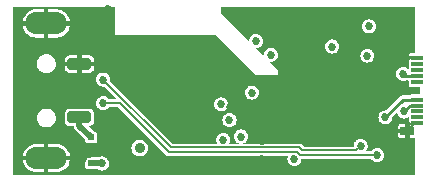
<source format=gbr>
%TF.GenerationSoftware,KiCad,Pcbnew,(6.0.7)*%
%TF.CreationDate,2023-03-11T05:38:16-08:00*%
%TF.ProjectId,ESP_SoC,4553505f-536f-4432-9e6b-696361645f70,rev?*%
%TF.SameCoordinates,Original*%
%TF.FileFunction,Copper,L4,Bot*%
%TF.FilePolarity,Positive*%
%FSLAX46Y46*%
G04 Gerber Fmt 4.6, Leading zero omitted, Abs format (unit mm)*
G04 Created by KiCad (PCBNEW (6.0.7)) date 2023-03-11 05:38:16*
%MOMM*%
%LPD*%
G01*
G04 APERTURE LIST*
G04 Aperture macros list*
%AMRoundRect*
0 Rectangle with rounded corners*
0 $1 Rounding radius*
0 $2 $3 $4 $5 $6 $7 $8 $9 X,Y pos of 4 corners*
0 Add a 4 corners polygon primitive as box body*
4,1,4,$2,$3,$4,$5,$6,$7,$8,$9,$2,$3,0*
0 Add four circle primitives for the rounded corners*
1,1,$1+$1,$2,$3*
1,1,$1+$1,$4,$5*
1,1,$1+$1,$6,$7*
1,1,$1+$1,$8,$9*
0 Add four rect primitives between the rounded corners*
20,1,$1+$1,$2,$3,$4,$5,0*
20,1,$1+$1,$4,$5,$6,$7,0*
20,1,$1+$1,$6,$7,$8,$9,0*
20,1,$1+$1,$8,$9,$2,$3,0*%
G04 Aperture macros list end*
%TA.AperFunction,ComponentPad*%
%ADD10O,3.500000X1.900000*%
%TD*%
%TA.AperFunction,SMDPad,CuDef*%
%ADD11R,1.000000X0.380000*%
%TD*%
%TA.AperFunction,SMDPad,CuDef*%
%ADD12R,1.150000X0.700000*%
%TD*%
%TA.AperFunction,SMDPad,CuDef*%
%ADD13R,0.500000X0.500000*%
%TD*%
%TA.AperFunction,SMDPad,CuDef*%
%ADD14RoundRect,0.250000X-0.750000X0.250000X-0.750000X-0.250000X0.750000X-0.250000X0.750000X0.250000X0*%
%TD*%
%TA.AperFunction,ViaPad*%
%ADD15C,0.685800*%
%TD*%
%TA.AperFunction,ViaPad*%
%ADD16C,0.889000*%
%TD*%
%TA.AperFunction,Conductor*%
%ADD17C,0.154200*%
%TD*%
%TA.AperFunction,Conductor*%
%ADD18C,0.508000*%
%TD*%
%TA.AperFunction,Conductor*%
%ADD19C,0.152400*%
%TD*%
%TA.AperFunction,Conductor*%
%ADD20C,0.254000*%
%TD*%
G04 APERTURE END LIST*
D10*
%TO.P,J1,5,Shield*%
%TO.N,GND*%
X101600000Y-104450000D03*
X101600000Y-93050000D03*
%TD*%
D11*
%TO.P,P1,B1,GND*%
%TO.N,GND*%
X133010000Y-101500000D03*
%TO.P,P1,B2,TX2+*%
%TO.N,unconnected-(P1-PadB2)*%
X133010000Y-101000000D03*
%TO.P,P1,B3,TX2-*%
%TO.N,unconnected-(P1-PadB3)*%
X133010000Y-100500000D03*
%TO.P,P1,B4,VBUS*%
%TO.N,Net-(D2-Pad2)*%
X133010000Y-100000000D03*
%TO.P,P1,B5,VCONN*%
%TO.N,Net-(P1-PadB5)*%
X133010000Y-99500000D03*
%TO.P,P1,B8,SBU2*%
%TO.N,unconnected-(P1-PadB8)*%
X133010000Y-98000000D03*
%TO.P,P1,B9,VBUS*%
%TO.N,Net-(D2-Pad2)*%
X133010000Y-97500000D03*
%TO.P,P1,B10,RX1-*%
%TO.N,unconnected-(P1-PadB10)*%
X133010000Y-97000000D03*
%TO.P,P1,B11,RX1+*%
%TO.N,unconnected-(P1-PadB11)*%
X133010000Y-96500000D03*
%TO.P,P1,B12,GND*%
%TO.N,GND*%
X133010000Y-96000000D03*
D12*
%TO.P,P1,S1,SHIELD*%
X132170000Y-102170000D03*
%TD*%
D13*
%TO.P,D3,1,K*%
%TO.N,+5V*%
X105400000Y-104900000D03*
%TO.P,D3,2,A*%
%TO.N,+BATT*%
X105400000Y-102700000D03*
%TD*%
D14*
%TO.P,J2,1,Pin_1*%
%TO.N,+BATT*%
X104400000Y-101000000D03*
%TD*%
%TO.P,J3,1,Pin_1*%
%TO.N,GND*%
X104400000Y-96500000D03*
%TD*%
D15*
%TO.N,+3V3*%
X125800000Y-95000000D03*
X118079000Y-102621000D03*
X116400000Y-99900000D03*
X119337156Y-94518432D03*
X122600000Y-104500000D03*
X116580000Y-102900000D03*
X128900000Y-93300000D03*
X119000000Y-98900000D03*
X120600000Y-95700000D03*
X117100000Y-101226500D03*
%TO.N,GND*%
X117800000Y-93000000D03*
X106800000Y-92700000D03*
X117178019Y-100133500D03*
X104700000Y-104500000D03*
D16*
X122750000Y-98500000D03*
D15*
X131000000Y-94500000D03*
X126700000Y-94500000D03*
X106800000Y-91800000D03*
X112800000Y-94500000D03*
D16*
X124000000Y-99750000D03*
D15*
X106800000Y-93600000D03*
X107800000Y-94500000D03*
D16*
X122750000Y-101000000D03*
D15*
X107700000Y-101100000D03*
X117400000Y-96100000D03*
X115000000Y-101226500D03*
X131000000Y-92300000D03*
X126700000Y-92300000D03*
X113000000Y-97800000D03*
X115300000Y-99900000D03*
D16*
X124000000Y-98500000D03*
D15*
X113800000Y-94500000D03*
X117000000Y-92200000D03*
X109800000Y-94500000D03*
X119875000Y-104499500D03*
X114800000Y-94500000D03*
D16*
X124000000Y-101000000D03*
D15*
X118800000Y-97400000D03*
X108800000Y-94500000D03*
D16*
X125250000Y-98500000D03*
D15*
X106800000Y-94500000D03*
D16*
X122750000Y-99750000D03*
X125250000Y-101000000D03*
D15*
X111800000Y-94500000D03*
X129750000Y-98750000D03*
X118600000Y-93800000D03*
D16*
X125250000Y-99750000D03*
D15*
X108800000Y-97800000D03*
X112800000Y-101226500D03*
X116700000Y-95400000D03*
X110800000Y-94500000D03*
X119875000Y-103000000D03*
X130700000Y-103800000D03*
%TO.N,+5V*%
X106300000Y-104900000D03*
%TO.N,USB_D-*%
X106400000Y-99800000D03*
X129600000Y-104200000D03*
%TO.N,USB_D+*%
X128200000Y-103400000D03*
X106400000Y-97800000D03*
%TO.N,Net-(P1-PadB5)*%
X130300000Y-101000000D03*
%TO.N,Net-(D2-Pad2)*%
X128775000Y-95775000D03*
X131800000Y-97300000D03*
D16*
X109500000Y-103600000D03*
D15*
X131900000Y-100500000D03*
%TD*%
D17*
%TO.N,GND*%
X133010000Y-101500000D02*
X132840000Y-101500000D01*
X132840000Y-101500000D02*
X132170000Y-102170000D01*
D18*
%TO.N,+5V*%
X105400000Y-104900000D02*
X106300000Y-104900000D01*
D19*
%TO.N,USB_D-*%
X123072303Y-104200000D02*
X129600000Y-104200000D01*
X122826203Y-103953900D02*
X123072303Y-104200000D01*
X106400000Y-99800000D02*
X107825263Y-99800000D01*
X107825263Y-99800000D02*
X111979163Y-103953900D01*
X111979163Y-103953900D02*
X122826203Y-103953900D01*
%TO.N,USB_D+*%
X106400000Y-97800000D02*
X112147519Y-103547519D01*
X123240613Y-103793600D02*
X127806400Y-103793600D01*
X112147519Y-103547519D02*
X122994532Y-103547519D01*
X122994532Y-103547519D02*
X123240613Y-103793600D01*
X127806400Y-103793600D02*
X128200000Y-103400000D01*
D20*
%TO.N,Net-(P1-PadB5)*%
X130300000Y-101000000D02*
X131800000Y-99500000D01*
X131800000Y-99500000D02*
X133010000Y-99500000D01*
%TO.N,Net-(D2-Pad2)*%
X133010000Y-100000000D02*
X132400000Y-100000000D01*
X131800000Y-97300000D02*
X132000000Y-97500000D01*
X132400000Y-100000000D02*
X131900000Y-100500000D01*
X132000000Y-97500000D02*
X133010000Y-97500000D01*
D18*
%TO.N,+BATT*%
X104400000Y-101000000D02*
X104400000Y-101700000D01*
X104400000Y-101700000D02*
X105400000Y-102700000D01*
%TD*%
%TA.AperFunction,Conductor*%
%TO.N,GND*%
G36*
X107425459Y-91655333D02*
G01*
X107430292Y-91667017D01*
X107427956Y-93940306D01*
X107427896Y-93998552D01*
X107431154Y-93998572D01*
X107431155Y-93998572D01*
X115943296Y-94049960D01*
X115954777Y-94054707D01*
X118693566Y-96753219D01*
X119350000Y-97400000D01*
X121200000Y-97400000D01*
X121200000Y-96949990D01*
X120559860Y-96323187D01*
X120554905Y-96311572D01*
X120559615Y-96299854D01*
X120571230Y-96294899D01*
X120573558Y-96295039D01*
X120598929Y-96298379D01*
X120600000Y-96298520D01*
X120601071Y-96298379D01*
X120753840Y-96278267D01*
X120753843Y-96278266D01*
X120754908Y-96278126D01*
X120809755Y-96255408D01*
X120898256Y-96218750D01*
X120898257Y-96218750D01*
X120899260Y-96218334D01*
X120900120Y-96217674D01*
X120900122Y-96217673D01*
X121022363Y-96123874D01*
X121023218Y-96123218D01*
X121060123Y-96075122D01*
X121117673Y-96000122D01*
X121117674Y-96000120D01*
X121118334Y-95999260D01*
X121137063Y-95954045D01*
X121177713Y-95855905D01*
X121178126Y-95854908D01*
X121180995Y-95833121D01*
X121188646Y-95775000D01*
X128176480Y-95775000D01*
X128176621Y-95776071D01*
X128195784Y-95921625D01*
X128196874Y-95929908D01*
X128256666Y-96074260D01*
X128257326Y-96075120D01*
X128257327Y-96075122D01*
X128300011Y-96130749D01*
X128351782Y-96198218D01*
X128358176Y-96203124D01*
X128474878Y-96292673D01*
X128474880Y-96292674D01*
X128475740Y-96293334D01*
X128620092Y-96353126D01*
X128621157Y-96353266D01*
X128621160Y-96353267D01*
X128773929Y-96373379D01*
X128775000Y-96373520D01*
X128776071Y-96373379D01*
X128928840Y-96353267D01*
X128928843Y-96353266D01*
X128929908Y-96353126D01*
X129074260Y-96293334D01*
X129075120Y-96292674D01*
X129075122Y-96292673D01*
X129191824Y-96203124D01*
X129198218Y-96198218D01*
X129249989Y-96130749D01*
X129292673Y-96075122D01*
X129292674Y-96075120D01*
X129293334Y-96074260D01*
X129353126Y-95929908D01*
X129354217Y-95921625D01*
X129373379Y-95776071D01*
X129373520Y-95775000D01*
X129370229Y-95750000D01*
X129353267Y-95621160D01*
X129353266Y-95621157D01*
X129353126Y-95620092D01*
X129293334Y-95475740D01*
X129273200Y-95449500D01*
X129198874Y-95352637D01*
X129198218Y-95351782D01*
X129129770Y-95299260D01*
X129075122Y-95257327D01*
X129075120Y-95257326D01*
X129074260Y-95256666D01*
X128929908Y-95196874D01*
X128928843Y-95196734D01*
X128928840Y-95196733D01*
X128776071Y-95176621D01*
X128775000Y-95176480D01*
X128773929Y-95176621D01*
X128621160Y-95196733D01*
X128621157Y-95196734D01*
X128620092Y-95196874D01*
X128475740Y-95256666D01*
X128474880Y-95257326D01*
X128474878Y-95257327D01*
X128420230Y-95299260D01*
X128351782Y-95351782D01*
X128351126Y-95352637D01*
X128276801Y-95449500D01*
X128256666Y-95475740D01*
X128196874Y-95620092D01*
X128196734Y-95621157D01*
X128196733Y-95621160D01*
X128179771Y-95750000D01*
X128176480Y-95775000D01*
X121188646Y-95775000D01*
X121198379Y-95701071D01*
X121198520Y-95700000D01*
X121194163Y-95666907D01*
X121178267Y-95546160D01*
X121178266Y-95546157D01*
X121178126Y-95545092D01*
X121138531Y-95449500D01*
X121118750Y-95401744D01*
X121118750Y-95401743D01*
X121118334Y-95400740D01*
X121100057Y-95376920D01*
X121023874Y-95277637D01*
X121023218Y-95276782D01*
X120918896Y-95196733D01*
X120900122Y-95182327D01*
X120900120Y-95182326D01*
X120899260Y-95181666D01*
X120832082Y-95153840D01*
X120755905Y-95122287D01*
X120754908Y-95121874D01*
X120753843Y-95121734D01*
X120753840Y-95121733D01*
X120601071Y-95101621D01*
X120600000Y-95101480D01*
X120598929Y-95101621D01*
X120446160Y-95121733D01*
X120446157Y-95121734D01*
X120445092Y-95121874D01*
X120444095Y-95122287D01*
X120367919Y-95153840D01*
X120300740Y-95181666D01*
X120299880Y-95182326D01*
X120299878Y-95182327D01*
X120281104Y-95196733D01*
X120176782Y-95276782D01*
X120176126Y-95277637D01*
X120099944Y-95376920D01*
X120081666Y-95400740D01*
X120081250Y-95401743D01*
X120081250Y-95401744D01*
X120061469Y-95449500D01*
X120021874Y-95545092D01*
X120021734Y-95546157D01*
X120021733Y-95546160D01*
X120005837Y-95666907D01*
X120001480Y-95700000D01*
X120001621Y-95701071D01*
X120006796Y-95740379D01*
X120003527Y-95752578D01*
X119992591Y-95758892D01*
X119980392Y-95755623D01*
X119978893Y-95754322D01*
X119513123Y-95298256D01*
X119353278Y-95141741D01*
X119348323Y-95130126D01*
X119353033Y-95118408D01*
X119362667Y-95113593D01*
X119416496Y-95106507D01*
X119490996Y-95096699D01*
X119490999Y-95096698D01*
X119492064Y-95096558D01*
X119636416Y-95036766D01*
X119637276Y-95036106D01*
X119637278Y-95036105D01*
X119684331Y-95000000D01*
X125201480Y-95000000D01*
X125201621Y-95001071D01*
X125220141Y-95141741D01*
X125221874Y-95154908D01*
X125222287Y-95155905D01*
X125272710Y-95277637D01*
X125281666Y-95299260D01*
X125376782Y-95423218D01*
X125377637Y-95423874D01*
X125499878Y-95517673D01*
X125499880Y-95517674D01*
X125500740Y-95518334D01*
X125501743Y-95518750D01*
X125501744Y-95518750D01*
X125578780Y-95550659D01*
X125645092Y-95578126D01*
X125646157Y-95578266D01*
X125646160Y-95578267D01*
X125798929Y-95598379D01*
X125800000Y-95598520D01*
X125801071Y-95598379D01*
X125953840Y-95578267D01*
X125953843Y-95578266D01*
X125954908Y-95578126D01*
X126021220Y-95550659D01*
X126098256Y-95518750D01*
X126098257Y-95518750D01*
X126099260Y-95518334D01*
X126100120Y-95517674D01*
X126100122Y-95517673D01*
X126222363Y-95423874D01*
X126223218Y-95423218D01*
X126318334Y-95299260D01*
X126327291Y-95277637D01*
X126377713Y-95155905D01*
X126378126Y-95154908D01*
X126379860Y-95141741D01*
X126398379Y-95001071D01*
X126398520Y-95000000D01*
X126398361Y-94998794D01*
X126378267Y-94846160D01*
X126378266Y-94846157D01*
X126378126Y-94845092D01*
X126318334Y-94700740D01*
X126298075Y-94674337D01*
X126223874Y-94577637D01*
X126223218Y-94576782D01*
X126179299Y-94543082D01*
X126100122Y-94482327D01*
X126100120Y-94482326D01*
X126099260Y-94481666D01*
X125954908Y-94421874D01*
X125953843Y-94421734D01*
X125953840Y-94421733D01*
X125801071Y-94401621D01*
X125800000Y-94401480D01*
X125798929Y-94401621D01*
X125646160Y-94421733D01*
X125646157Y-94421734D01*
X125645092Y-94421874D01*
X125500740Y-94481666D01*
X125499880Y-94482326D01*
X125499878Y-94482327D01*
X125420701Y-94543082D01*
X125376782Y-94576782D01*
X125376126Y-94577637D01*
X125301926Y-94674337D01*
X125281666Y-94700740D01*
X125221874Y-94845092D01*
X125221734Y-94846157D01*
X125221733Y-94846160D01*
X125201639Y-94998794D01*
X125201480Y-95000000D01*
X119684331Y-95000000D01*
X119759519Y-94942306D01*
X119760374Y-94941650D01*
X119833646Y-94846160D01*
X119854829Y-94818554D01*
X119854830Y-94818552D01*
X119855490Y-94817692D01*
X119915282Y-94673340D01*
X119928081Y-94576126D01*
X119935535Y-94519503D01*
X119935676Y-94518432D01*
X119930781Y-94481250D01*
X119915423Y-94364592D01*
X119915422Y-94364589D01*
X119915282Y-94363524D01*
X119867861Y-94249038D01*
X119855906Y-94220176D01*
X119855906Y-94220175D01*
X119855490Y-94219172D01*
X119760374Y-94095214D01*
X119701398Y-94049960D01*
X119637278Y-94000759D01*
X119637276Y-94000758D01*
X119636416Y-94000098D01*
X119624763Y-93995271D01*
X119505929Y-93946049D01*
X119492064Y-93940306D01*
X119490999Y-93940166D01*
X119490996Y-93940165D01*
X119338227Y-93920053D01*
X119337156Y-93919912D01*
X119336085Y-93920053D01*
X119183316Y-93940165D01*
X119183313Y-93940166D01*
X119182248Y-93940306D01*
X119168383Y-93946049D01*
X119049550Y-93995271D01*
X119037896Y-94000098D01*
X119037036Y-94000758D01*
X119037034Y-94000759D01*
X118972914Y-94049960D01*
X118913938Y-94095214D01*
X118818822Y-94219172D01*
X118818406Y-94220175D01*
X118818406Y-94220176D01*
X118806451Y-94249038D01*
X118759030Y-94363524D01*
X118758890Y-94364589D01*
X118758889Y-94364592D01*
X118740442Y-94504716D01*
X118734128Y-94515652D01*
X118721929Y-94518921D01*
X118712539Y-94514351D01*
X117472351Y-93300000D01*
X128301480Y-93300000D01*
X128301621Y-93301071D01*
X128313531Y-93391533D01*
X128321874Y-93454908D01*
X128381666Y-93599260D01*
X128476782Y-93723218D01*
X128477637Y-93723874D01*
X128599878Y-93817673D01*
X128599880Y-93817674D01*
X128600740Y-93818334D01*
X128745092Y-93878126D01*
X128746157Y-93878266D01*
X128746160Y-93878267D01*
X128898929Y-93898379D01*
X128900000Y-93898520D01*
X128901071Y-93898379D01*
X129053840Y-93878267D01*
X129053843Y-93878266D01*
X129054908Y-93878126D01*
X129199260Y-93818334D01*
X129200120Y-93817674D01*
X129200122Y-93817673D01*
X129322363Y-93723874D01*
X129323218Y-93723218D01*
X129418334Y-93599260D01*
X129478126Y-93454908D01*
X129486470Y-93391533D01*
X129498379Y-93301071D01*
X129498520Y-93300000D01*
X129488773Y-93225962D01*
X129478267Y-93146160D01*
X129478266Y-93146157D01*
X129478126Y-93145092D01*
X129418334Y-93000740D01*
X129323218Y-92876782D01*
X129306991Y-92864331D01*
X129200122Y-92782327D01*
X129200120Y-92782326D01*
X129199260Y-92781666D01*
X129054908Y-92721874D01*
X129053843Y-92721734D01*
X129053840Y-92721733D01*
X128901071Y-92701621D01*
X128900000Y-92701480D01*
X128898929Y-92701621D01*
X128746160Y-92721733D01*
X128746157Y-92721734D01*
X128745092Y-92721874D01*
X128600740Y-92781666D01*
X128599880Y-92782326D01*
X128599878Y-92782327D01*
X128493009Y-92864331D01*
X128476782Y-92876782D01*
X128381666Y-93000740D01*
X128321874Y-93145092D01*
X128321734Y-93146157D01*
X128321733Y-93146160D01*
X128311227Y-93225962D01*
X128301480Y-93300000D01*
X117472351Y-93300000D01*
X117037537Y-92874245D01*
X116404956Y-92254843D01*
X116400000Y-92243054D01*
X116400000Y-91667000D01*
X116404833Y-91655333D01*
X116416500Y-91650500D01*
X132783000Y-91650500D01*
X132794667Y-91655333D01*
X132799500Y-91667000D01*
X132799500Y-95373701D01*
X132799183Y-95376919D01*
X132794592Y-95400000D01*
X132794909Y-95401594D01*
X132797744Y-95415847D01*
X132797957Y-95417218D01*
X132809907Y-95523273D01*
X132815078Y-95538050D01*
X132814370Y-95550659D01*
X132804954Y-95559074D01*
X132799504Y-95560000D01*
X132486191Y-95560000D01*
X132484577Y-95560159D01*
X132414050Y-95574188D01*
X132411102Y-95575409D01*
X132331110Y-95628858D01*
X132328858Y-95631110D01*
X132275409Y-95711102D01*
X132274188Y-95714050D01*
X132260159Y-95784577D01*
X132260000Y-95786191D01*
X132260000Y-95821717D01*
X132260962Y-95824038D01*
X132263283Y-95825000D01*
X132989642Y-95825000D01*
X133001309Y-95829833D01*
X133004597Y-95833121D01*
X133005385Y-95833616D01*
X133108854Y-95898630D01*
X133108856Y-95898631D01*
X133109636Y-95899121D01*
X133173951Y-95921626D01*
X133183366Y-95930040D01*
X133185000Y-95937199D01*
X133185000Y-96043000D01*
X133180167Y-96054667D01*
X133168500Y-96059500D01*
X132485326Y-96059500D01*
X132412260Y-96074034D01*
X132329399Y-96129399D01*
X132328497Y-96130749D01*
X132303830Y-96167667D01*
X132293330Y-96174683D01*
X132290111Y-96175000D01*
X132263283Y-96175000D01*
X132260962Y-96175962D01*
X132260000Y-96178283D01*
X132260000Y-96213809D01*
X132260159Y-96215423D01*
X132266142Y-96245499D01*
X132266142Y-96251935D01*
X132259500Y-96285326D01*
X132259500Y-96714674D01*
X132259659Y-96715473D01*
X132265887Y-96746781D01*
X132265887Y-96753217D01*
X132259500Y-96785326D01*
X132259500Y-96875458D01*
X132254667Y-96887125D01*
X132243000Y-96891958D01*
X132231333Y-96887125D01*
X132229910Y-96885503D01*
X132223874Y-96877637D01*
X132223218Y-96876782D01*
X132128257Y-96803916D01*
X132100122Y-96782327D01*
X132100120Y-96782326D01*
X132099260Y-96781666D01*
X131954908Y-96721874D01*
X131953843Y-96721734D01*
X131953840Y-96721733D01*
X131801071Y-96701621D01*
X131800000Y-96701480D01*
X131798929Y-96701621D01*
X131646160Y-96721733D01*
X131646157Y-96721734D01*
X131645092Y-96721874D01*
X131500740Y-96781666D01*
X131499880Y-96782326D01*
X131499878Y-96782327D01*
X131471743Y-96803916D01*
X131376782Y-96876782D01*
X131376126Y-96877637D01*
X131288774Y-96991477D01*
X131281666Y-97000740D01*
X131221874Y-97145092D01*
X131221734Y-97146157D01*
X131221733Y-97146160D01*
X131207997Y-97250500D01*
X131201480Y-97300000D01*
X131201621Y-97301071D01*
X131214519Y-97399038D01*
X131221874Y-97454908D01*
X131281666Y-97599260D01*
X131282326Y-97600120D01*
X131282327Y-97600122D01*
X131364331Y-97706991D01*
X131376782Y-97723218D01*
X131377637Y-97723874D01*
X131499878Y-97817673D01*
X131499880Y-97817674D01*
X131500740Y-97818334D01*
X131645092Y-97878126D01*
X131646157Y-97878266D01*
X131646160Y-97878267D01*
X131798929Y-97898379D01*
X131800000Y-97898520D01*
X131801071Y-97898379D01*
X131946157Y-97879279D01*
X131950375Y-97879268D01*
X131950732Y-97879313D01*
X131952033Y-97879702D01*
X131953390Y-97879649D01*
X131953393Y-97879649D01*
X132007746Y-97877513D01*
X132008394Y-97877500D01*
X132243000Y-97877500D01*
X132254667Y-97882333D01*
X132259500Y-97894000D01*
X132259500Y-98214674D01*
X132274034Y-98287740D01*
X132329399Y-98370601D01*
X132412260Y-98425966D01*
X132485326Y-98440500D01*
X133183500Y-98440500D01*
X133195167Y-98445333D01*
X133200000Y-98457000D01*
X133200000Y-99043000D01*
X133195167Y-99054667D01*
X133183500Y-99059500D01*
X132485326Y-99059500D01*
X132412260Y-99074034D01*
X132410907Y-99074938D01*
X132343886Y-99119719D01*
X132334719Y-99122500D01*
X131842054Y-99122500D01*
X131838581Y-99122130D01*
X131827383Y-99119719D01*
X131818029Y-99117705D01*
X131816676Y-99117865D01*
X131816673Y-99117865D01*
X131778481Y-99122386D01*
X131776542Y-99122500D01*
X131768638Y-99122500D01*
X131767966Y-99122612D01*
X131767964Y-99122612D01*
X131759154Y-99124078D01*
X131747162Y-99126074D01*
X131746413Y-99126181D01*
X131693225Y-99132477D01*
X131687134Y-99135402D01*
X131682703Y-99136803D01*
X131678842Y-99137446D01*
X131677375Y-99137690D01*
X131677374Y-99137690D01*
X131676030Y-99137914D01*
X131674831Y-99138561D01*
X131628888Y-99163351D01*
X131628194Y-99163704D01*
X131579934Y-99186878D01*
X131575684Y-99190450D01*
X131573899Y-99192235D01*
X131570067Y-99195089D01*
X131566630Y-99196943D01*
X131566628Y-99196944D01*
X131565428Y-99197592D01*
X131564500Y-99198596D01*
X131527578Y-99238538D01*
X131527129Y-99239005D01*
X130362886Y-100403248D01*
X130351219Y-100408081D01*
X130349067Y-100407940D01*
X130300000Y-100401480D01*
X130298929Y-100401621D01*
X130146160Y-100421733D01*
X130146157Y-100421734D01*
X130145092Y-100421874D01*
X130000740Y-100481666D01*
X129999880Y-100482326D01*
X129999878Y-100482327D01*
X129905384Y-100554835D01*
X129876782Y-100576782D01*
X129876126Y-100577637D01*
X129785239Y-100696084D01*
X129781666Y-100700740D01*
X129781250Y-100701743D01*
X129781250Y-100701744D01*
X129779070Y-100707007D01*
X129721874Y-100845092D01*
X129721734Y-100846157D01*
X129721733Y-100846160D01*
X129709002Y-100942867D01*
X129701480Y-101000000D01*
X129721874Y-101154908D01*
X129722287Y-101155905D01*
X129780886Y-101297376D01*
X129781666Y-101299260D01*
X129782326Y-101300120D01*
X129782327Y-101300122D01*
X129827926Y-101359548D01*
X129876782Y-101423218D01*
X129877637Y-101423874D01*
X129999878Y-101517673D01*
X129999880Y-101517674D01*
X130000740Y-101518334D01*
X130001743Y-101518750D01*
X130001744Y-101518750D01*
X130075982Y-101549500D01*
X130145092Y-101578126D01*
X130146157Y-101578266D01*
X130146160Y-101578267D01*
X130298929Y-101598379D01*
X130300000Y-101598520D01*
X130301071Y-101598379D01*
X130453840Y-101578267D01*
X130453843Y-101578266D01*
X130454908Y-101578126D01*
X130524018Y-101549500D01*
X130598256Y-101518750D01*
X130598257Y-101518750D01*
X130599260Y-101518334D01*
X130600120Y-101517674D01*
X130600122Y-101517673D01*
X130722363Y-101423874D01*
X130723218Y-101423218D01*
X130772074Y-101359548D01*
X130817673Y-101300122D01*
X130817674Y-101300120D01*
X130818334Y-101299260D01*
X130819115Y-101297376D01*
X130877713Y-101155905D01*
X130878126Y-101154908D01*
X130898520Y-101000000D01*
X130892060Y-100950934D01*
X130895329Y-100938736D01*
X130896752Y-100937113D01*
X131281589Y-100552277D01*
X131293256Y-100547444D01*
X131304923Y-100552277D01*
X131309615Y-100561790D01*
X131321014Y-100648374D01*
X131321874Y-100654908D01*
X131322287Y-100655905D01*
X131343128Y-100706219D01*
X131381666Y-100799260D01*
X131382326Y-100800120D01*
X131382327Y-100800122D01*
X131432249Y-100865181D01*
X131476782Y-100923218D01*
X131477637Y-100923874D01*
X131599878Y-101017673D01*
X131599880Y-101017674D01*
X131600740Y-101018334D01*
X131601743Y-101018750D01*
X131601744Y-101018750D01*
X131665828Y-101045294D01*
X131745092Y-101078126D01*
X131746157Y-101078266D01*
X131746160Y-101078267D01*
X131898929Y-101098379D01*
X131900000Y-101098520D01*
X131901071Y-101098379D01*
X132053840Y-101078267D01*
X132053843Y-101078266D01*
X132054908Y-101078126D01*
X132134172Y-101045294D01*
X132198256Y-101018750D01*
X132198257Y-101018750D01*
X132199260Y-101018334D01*
X132200120Y-101017674D01*
X132200122Y-101017673D01*
X132232955Y-100992479D01*
X132245154Y-100989210D01*
X132256090Y-100995524D01*
X132259500Y-101005569D01*
X132259500Y-101214674D01*
X132265452Y-101244592D01*
X132266142Y-101248063D01*
X132266142Y-101254501D01*
X132260159Y-101284577D01*
X132260000Y-101286191D01*
X132260000Y-101321717D01*
X132260962Y-101324038D01*
X132263283Y-101325000D01*
X132290111Y-101325000D01*
X132301778Y-101329833D01*
X132303828Y-101332330D01*
X132329399Y-101370601D01*
X132412260Y-101425966D01*
X132485326Y-101440500D01*
X133168500Y-101440500D01*
X133180167Y-101445333D01*
X133185000Y-101457000D01*
X133185000Y-101562801D01*
X133180167Y-101574468D01*
X133173952Y-101578374D01*
X133109636Y-101600879D01*
X133108856Y-101601369D01*
X133108854Y-101601370D01*
X133073996Y-101623273D01*
X133004597Y-101666879D01*
X133001309Y-101670167D01*
X132989642Y-101675000D01*
X132348283Y-101675000D01*
X132345962Y-101675962D01*
X132345000Y-101678283D01*
X132345000Y-102766717D01*
X132345962Y-102769038D01*
X132348283Y-102770000D01*
X132768809Y-102770000D01*
X132770425Y-102769841D01*
X132779782Y-102767980D01*
X132792167Y-102770444D01*
X132799183Y-102780945D01*
X132799500Y-102784163D01*
X132799500Y-105833000D01*
X132794667Y-105844667D01*
X132783000Y-105849500D01*
X98817000Y-105849500D01*
X98805333Y-105844667D01*
X98800500Y-105833000D01*
X98800500Y-104627320D01*
X99612796Y-104627320D01*
X99635795Y-104761170D01*
X99636185Y-104762622D01*
X99711994Y-104968115D01*
X99712646Y-104969480D01*
X99824628Y-105157706D01*
X99825525Y-105158940D01*
X99969933Y-105323605D01*
X99971032Y-105324648D01*
X100143041Y-105460249D01*
X100144302Y-105461068D01*
X100338146Y-105563054D01*
X100339532Y-105563628D01*
X100548720Y-105628583D01*
X100550182Y-105628894D01*
X100728021Y-105649943D01*
X100728998Y-105650000D01*
X101421717Y-105650000D01*
X101424038Y-105649038D01*
X101425000Y-105646717D01*
X101775000Y-105646717D01*
X101775962Y-105649038D01*
X101778283Y-105650000D01*
X102455569Y-105650000D01*
X102456327Y-105649965D01*
X102618871Y-105635030D01*
X102620343Y-105634757D01*
X102831165Y-105575299D01*
X102832558Y-105574764D01*
X103029007Y-105477886D01*
X103030288Y-105477101D01*
X103205788Y-105346049D01*
X103206914Y-105345034D01*
X103355588Y-105184200D01*
X103356505Y-105183006D01*
X103473387Y-104997759D01*
X103474069Y-104996419D01*
X103484939Y-104969173D01*
X104895028Y-104969173D01*
X104895350Y-104970299D01*
X104895350Y-104970300D01*
X104898865Y-104982598D01*
X104899500Y-104987132D01*
X104899500Y-105174674D01*
X104914034Y-105247740D01*
X104969399Y-105330601D01*
X105052260Y-105385966D01*
X105125326Y-105400500D01*
X105333727Y-105400500D01*
X105336266Y-105400696D01*
X105360072Y-105404403D01*
X105360076Y-105404403D01*
X105360697Y-105404500D01*
X105977110Y-105404500D01*
X105987154Y-105407910D01*
X105999874Y-105417671D01*
X105999882Y-105417676D01*
X106000740Y-105418334D01*
X106145092Y-105478126D01*
X106146157Y-105478266D01*
X106146160Y-105478267D01*
X106298929Y-105498379D01*
X106300000Y-105498520D01*
X106301071Y-105498379D01*
X106453840Y-105478267D01*
X106453843Y-105478266D01*
X106454908Y-105478126D01*
X106599260Y-105418334D01*
X106600120Y-105417674D01*
X106600122Y-105417673D01*
X106722363Y-105323874D01*
X106723218Y-105323218D01*
X106818334Y-105199260D01*
X106860062Y-105098520D01*
X106877713Y-105055905D01*
X106878126Y-105054908D01*
X106882887Y-105018750D01*
X106898379Y-104901071D01*
X106898520Y-104900000D01*
X106887326Y-104814973D01*
X106878267Y-104746160D01*
X106878266Y-104746157D01*
X106878126Y-104745092D01*
X106828781Y-104625962D01*
X106818750Y-104601744D01*
X106818750Y-104601743D01*
X106818334Y-104600740D01*
X106772530Y-104541046D01*
X106723874Y-104477637D01*
X106723218Y-104476782D01*
X106622502Y-104399500D01*
X106600122Y-104382327D01*
X106600120Y-104382326D01*
X106599260Y-104381666D01*
X106532082Y-104353840D01*
X106455905Y-104322287D01*
X106454908Y-104321874D01*
X106453843Y-104321734D01*
X106453840Y-104321733D01*
X106301071Y-104301621D01*
X106300000Y-104301480D01*
X106298929Y-104301621D01*
X106146160Y-104321733D01*
X106146157Y-104321734D01*
X106145092Y-104321874D01*
X106144095Y-104322287D01*
X106067919Y-104353840D01*
X106000740Y-104381666D01*
X105999882Y-104382324D01*
X105999874Y-104382329D01*
X105987154Y-104392090D01*
X105977110Y-104395500D01*
X105363774Y-104395500D01*
X105337572Y-104399252D01*
X105337010Y-104399333D01*
X105334671Y-104399500D01*
X105125326Y-104399500D01*
X105052260Y-104414034D01*
X104969399Y-104469399D01*
X104914034Y-104552260D01*
X104899500Y-104625326D01*
X104899500Y-104810245D01*
X104898808Y-104814973D01*
X104895910Y-104824663D01*
X104895028Y-104969173D01*
X103484939Y-104969173D01*
X103555230Y-104792987D01*
X103555661Y-104791533D01*
X103588147Y-104628219D01*
X103587656Y-104625755D01*
X103586527Y-104625000D01*
X101778283Y-104625000D01*
X101775962Y-104625962D01*
X101775000Y-104628283D01*
X101775000Y-105646717D01*
X101425000Y-105646717D01*
X101425000Y-104628283D01*
X101424038Y-104625962D01*
X101421717Y-104625000D01*
X99615680Y-104625000D01*
X99613359Y-104625962D01*
X99612796Y-104627320D01*
X98800500Y-104627320D01*
X98800500Y-104271781D01*
X99611853Y-104271781D01*
X99612344Y-104274245D01*
X99613473Y-104275000D01*
X101421717Y-104275000D01*
X101424038Y-104274038D01*
X101425000Y-104271717D01*
X101775000Y-104271717D01*
X101775962Y-104274038D01*
X101778283Y-104275000D01*
X103584320Y-104275000D01*
X103586641Y-104274038D01*
X103587204Y-104272680D01*
X103564205Y-104138830D01*
X103563815Y-104137378D01*
X103488006Y-103931885D01*
X103487354Y-103930520D01*
X103375372Y-103742294D01*
X103374475Y-103741060D01*
X103244339Y-103592669D01*
X108799933Y-103592669D01*
X108800042Y-103593657D01*
X108800042Y-103593659D01*
X108800906Y-103601480D01*
X108818393Y-103759870D01*
X108876202Y-103917841D01*
X108970024Y-104057463D01*
X108970758Y-104058131D01*
X108970759Y-104058132D01*
X109032233Y-104114069D01*
X109094442Y-104170675D01*
X109242274Y-104250941D01*
X109243230Y-104251192D01*
X109243233Y-104251193D01*
X109404026Y-104293377D01*
X109404031Y-104293378D01*
X109404985Y-104293628D01*
X109405972Y-104293644D01*
X109405976Y-104293644D01*
X109495574Y-104295051D01*
X109573181Y-104296270D01*
X109670249Y-104274038D01*
X109736188Y-104258936D01*
X109736190Y-104258935D01*
X109737152Y-104258715D01*
X109738032Y-104258273D01*
X109738036Y-104258271D01*
X109886547Y-104183577D01*
X109886546Y-104183577D01*
X109887432Y-104183132D01*
X110015345Y-104073884D01*
X110113507Y-103937278D01*
X110176250Y-103781201D01*
X110179286Y-103759870D01*
X110199875Y-103615197D01*
X110199875Y-103615195D01*
X110199951Y-103614662D01*
X110200105Y-103600000D01*
X110179896Y-103433002D01*
X110120436Y-103275644D01*
X110098444Y-103243645D01*
X110025722Y-103137833D01*
X110025719Y-103137829D01*
X110025157Y-103137012D01*
X110019925Y-103132350D01*
X109900303Y-103025772D01*
X109900304Y-103025772D01*
X109899559Y-103025109D01*
X109890854Y-103020500D01*
X109751776Y-102946862D01*
X109751773Y-102946861D01*
X109750895Y-102946396D01*
X109749932Y-102946154D01*
X109749929Y-102946153D01*
X109588710Y-102905658D01*
X109588709Y-102905658D01*
X109587746Y-102905416D01*
X109497994Y-102904946D01*
X109420521Y-102904540D01*
X109420520Y-102904540D01*
X109419532Y-102904535D01*
X109418571Y-102904766D01*
X109418569Y-102904766D01*
X109415862Y-102905416D01*
X109255963Y-102943804D01*
X109106483Y-103020957D01*
X109016014Y-103099878D01*
X108982343Y-103129251D01*
X108979721Y-103131538D01*
X108882995Y-103269165D01*
X108882633Y-103270094D01*
X108823057Y-103422899D01*
X108821890Y-103425891D01*
X108799933Y-103592669D01*
X103244339Y-103592669D01*
X103230067Y-103576395D01*
X103228968Y-103575352D01*
X103056959Y-103439751D01*
X103055698Y-103438932D01*
X102861854Y-103336946D01*
X102860468Y-103336372D01*
X102651280Y-103271417D01*
X102649818Y-103271106D01*
X102471979Y-103250057D01*
X102471002Y-103250000D01*
X101778283Y-103250000D01*
X101775962Y-103250962D01*
X101775000Y-103253283D01*
X101775000Y-104271717D01*
X101425000Y-104271717D01*
X101425000Y-103253283D01*
X101424038Y-103250962D01*
X101421717Y-103250000D01*
X100744431Y-103250000D01*
X100743673Y-103250035D01*
X100581129Y-103264970D01*
X100579657Y-103265243D01*
X100368835Y-103324701D01*
X100367442Y-103325236D01*
X100170993Y-103422114D01*
X100169712Y-103422899D01*
X99994212Y-103553951D01*
X99993086Y-103554966D01*
X99844412Y-103715800D01*
X99843495Y-103716994D01*
X99726613Y-103902241D01*
X99725931Y-103903581D01*
X99644770Y-104107013D01*
X99644339Y-104108467D01*
X99611853Y-104271781D01*
X98800500Y-104271781D01*
X98800500Y-101044376D01*
X100794455Y-101044376D01*
X100813227Y-101222983D01*
X100813524Y-101223855D01*
X100867499Y-101382405D01*
X100871103Y-101392993D01*
X100965206Y-101545955D01*
X100965854Y-101546617D01*
X100965855Y-101546618D01*
X100991967Y-101573283D01*
X101090859Y-101674268D01*
X101119643Y-101692818D01*
X101233165Y-101765978D01*
X101241817Y-101771554D01*
X101305072Y-101794577D01*
X101409714Y-101832664D01*
X101409718Y-101832665D01*
X101410578Y-101832978D01*
X101549283Y-101850500D01*
X101645155Y-101850500D01*
X101645606Y-101850449D01*
X101645613Y-101850449D01*
X101732242Y-101840732D01*
X101778472Y-101835546D01*
X101867263Y-101804626D01*
X101947204Y-101776788D01*
X101947207Y-101776787D01*
X101948073Y-101776485D01*
X101989658Y-101750500D01*
X102099596Y-101681803D01*
X102099597Y-101681802D01*
X102100375Y-101681316D01*
X102101029Y-101680667D01*
X102227151Y-101555422D01*
X102227153Y-101555419D01*
X102227807Y-101554770D01*
X102324037Y-101403136D01*
X102373569Y-101264034D01*
X102383972Y-101234819D01*
X102383972Y-101234818D01*
X102384281Y-101233951D01*
X102405545Y-101055624D01*
X102386773Y-100877017D01*
X102360596Y-100800122D01*
X102329195Y-100707881D01*
X102329193Y-100707877D01*
X102328897Y-100707007D01*
X102326480Y-100703079D01*
X103149500Y-100703079D01*
X103149501Y-101001071D01*
X103149501Y-101297376D01*
X103149548Y-101297806D01*
X103149548Y-101297811D01*
X103149799Y-101300122D01*
X103156149Y-101358580D01*
X103206474Y-101492824D01*
X103207181Y-101493768D01*
X103207182Y-101493769D01*
X103252314Y-101553988D01*
X103292454Y-101607546D01*
X103293396Y-101608252D01*
X103383741Y-101675962D01*
X103407176Y-101693526D01*
X103541420Y-101743851D01*
X103602623Y-101750500D01*
X103882115Y-101750500D01*
X103893782Y-101755333D01*
X103898583Y-101765978D01*
X103900902Y-101803359D01*
X103901302Y-101804466D01*
X103901302Y-101804468D01*
X103907311Y-101821114D01*
X103908124Y-101824376D01*
X103910799Y-101843052D01*
X103911286Y-101844124D01*
X103911287Y-101844126D01*
X103932037Y-101889764D01*
X103932537Y-101890990D01*
X103949972Y-101939284D01*
X103950666Y-101940234D01*
X103961105Y-101954523D01*
X103962802Y-101957427D01*
X103970125Y-101973535D01*
X103970127Y-101973538D01*
X103970612Y-101974605D01*
X103971378Y-101975494D01*
X104004116Y-102013488D01*
X104004939Y-102014526D01*
X104015093Y-102028425D01*
X104015099Y-102028432D01*
X104015473Y-102028944D01*
X104029205Y-102042676D01*
X104030038Y-102043572D01*
X104064944Y-102084082D01*
X104079590Y-102093575D01*
X104082283Y-102095754D01*
X104894667Y-102908137D01*
X104899500Y-102919804D01*
X104899500Y-102974674D01*
X104914034Y-103047740D01*
X104969399Y-103130601D01*
X105052260Y-103185966D01*
X105125326Y-103200500D01*
X105326283Y-103200500D01*
X105327505Y-103200545D01*
X105339689Y-103201450D01*
X105433493Y-103208421D01*
X105433495Y-103208421D01*
X105434667Y-103208508D01*
X105435819Y-103208262D01*
X105435821Y-103208262D01*
X105470476Y-103200864D01*
X105473921Y-103200500D01*
X105674674Y-103200500D01*
X105747740Y-103185966D01*
X105830601Y-103130601D01*
X105885966Y-103047740D01*
X105900500Y-102974674D01*
X105900500Y-102776072D01*
X105900907Y-102772430D01*
X105904944Y-102754591D01*
X105908047Y-102740877D01*
X105900532Y-102619755D01*
X105900500Y-102618733D01*
X105900500Y-102425326D01*
X105885966Y-102352260D01*
X105830601Y-102269399D01*
X105747740Y-102214034D01*
X105674674Y-102199500D01*
X105619805Y-102199500D01*
X105608138Y-102194667D01*
X105191595Y-101778124D01*
X105186762Y-101766457D01*
X105191595Y-101754790D01*
X105201479Y-101750053D01*
X105258580Y-101743851D01*
X105392824Y-101693526D01*
X105416260Y-101675962D01*
X105506604Y-101608252D01*
X105507546Y-101607546D01*
X105547686Y-101553988D01*
X105592818Y-101493769D01*
X105592819Y-101493768D01*
X105593526Y-101492824D01*
X105643851Y-101358580D01*
X105650500Y-101297377D01*
X105650500Y-101000000D01*
X105650499Y-100703067D01*
X105650499Y-100702624D01*
X105650404Y-100701744D01*
X105643962Y-100642446D01*
X105643851Y-100641420D01*
X105593526Y-100507176D01*
X105574096Y-100481250D01*
X105508252Y-100393396D01*
X105507546Y-100392454D01*
X105506604Y-100391748D01*
X105393769Y-100307182D01*
X105393768Y-100307181D01*
X105392824Y-100306474D01*
X105258580Y-100256149D01*
X105197377Y-100249500D01*
X105196921Y-100249500D01*
X104388470Y-100249501D01*
X103602624Y-100249501D01*
X103602194Y-100249548D01*
X103602189Y-100249548D01*
X103580691Y-100251883D01*
X103541420Y-100256149D01*
X103407176Y-100306474D01*
X103406232Y-100307181D01*
X103406231Y-100307182D01*
X103293396Y-100391748D01*
X103292454Y-100392454D01*
X103291748Y-100393396D01*
X103225905Y-100481250D01*
X103206474Y-100507176D01*
X103156149Y-100641420D01*
X103149500Y-100702623D01*
X103149500Y-100703079D01*
X102326480Y-100703079D01*
X102234794Y-100554045D01*
X102109141Y-100425732D01*
X101958183Y-100328446D01*
X101839712Y-100285326D01*
X101790286Y-100267336D01*
X101790282Y-100267335D01*
X101789422Y-100267022D01*
X101650717Y-100249500D01*
X101554845Y-100249500D01*
X101554394Y-100249551D01*
X101554387Y-100249551D01*
X101467758Y-100259268D01*
X101421528Y-100264454D01*
X101347789Y-100290132D01*
X101252796Y-100323212D01*
X101252793Y-100323213D01*
X101251927Y-100323515D01*
X101251150Y-100324001D01*
X101251149Y-100324001D01*
X101124328Y-100403248D01*
X101099625Y-100418684D01*
X101098973Y-100419331D01*
X101098971Y-100419333D01*
X100972849Y-100544578D01*
X100972847Y-100544581D01*
X100972193Y-100545230D01*
X100875963Y-100696864D01*
X100815719Y-100866049D01*
X100794455Y-101044376D01*
X98800500Y-101044376D01*
X98800500Y-99800000D01*
X105801480Y-99800000D01*
X105821874Y-99954908D01*
X105881666Y-100099260D01*
X105882326Y-100100120D01*
X105882327Y-100100122D01*
X105906430Y-100131533D01*
X105976782Y-100223218D01*
X105977637Y-100223874D01*
X106099878Y-100317673D01*
X106099880Y-100317674D01*
X106100740Y-100318334D01*
X106101743Y-100318750D01*
X106101744Y-100318750D01*
X106126367Y-100328949D01*
X106245092Y-100378126D01*
X106246157Y-100378266D01*
X106246160Y-100378267D01*
X106398929Y-100398379D01*
X106400000Y-100398520D01*
X106401071Y-100398379D01*
X106553840Y-100378267D01*
X106553843Y-100378266D01*
X106554908Y-100378126D01*
X106673633Y-100328949D01*
X106698256Y-100318750D01*
X106698257Y-100318750D01*
X106699260Y-100318334D01*
X106700120Y-100317674D01*
X106700122Y-100317673D01*
X106822363Y-100223874D01*
X106823218Y-100223218D01*
X106892326Y-100133155D01*
X106903262Y-100126841D01*
X106905416Y-100126700D01*
X107683105Y-100126700D01*
X107694772Y-100131533D01*
X111737553Y-104174314D01*
X111738526Y-104175375D01*
X111765925Y-104208028D01*
X111802728Y-104229277D01*
X111802833Y-104229337D01*
X111804047Y-104230110D01*
X111838964Y-104254559D01*
X111850965Y-104257774D01*
X111854943Y-104259423D01*
X111865701Y-104265634D01*
X111867124Y-104265885D01*
X111872715Y-104266871D01*
X111907680Y-104273036D01*
X111909060Y-104273341D01*
X111950250Y-104284378D01*
X111992710Y-104280663D01*
X111994148Y-104280600D01*
X122023893Y-104280600D01*
X122035560Y-104285433D01*
X122040393Y-104297100D01*
X122039137Y-104303414D01*
X122021874Y-104345092D01*
X122021734Y-104346157D01*
X122021733Y-104346160D01*
X122005627Y-104468497D01*
X122001480Y-104500000D01*
X122001621Y-104501071D01*
X122018369Y-104628283D01*
X122021874Y-104654908D01*
X122081666Y-104799260D01*
X122176782Y-104923218D01*
X122177637Y-104923874D01*
X122299878Y-105017673D01*
X122299880Y-105017674D01*
X122300740Y-105018334D01*
X122445092Y-105078126D01*
X122446157Y-105078266D01*
X122446160Y-105078267D01*
X122598929Y-105098379D01*
X122600000Y-105098520D01*
X122601071Y-105098379D01*
X122753840Y-105078267D01*
X122753843Y-105078266D01*
X122754908Y-105078126D01*
X122899260Y-105018334D01*
X122900120Y-105017674D01*
X122900122Y-105017673D01*
X123022363Y-104923874D01*
X123023218Y-104923218D01*
X123118334Y-104799260D01*
X123178126Y-104654908D01*
X123181632Y-104628283D01*
X123193116Y-104541046D01*
X123199430Y-104530110D01*
X123209475Y-104526700D01*
X129094584Y-104526700D01*
X129106251Y-104531533D01*
X129107674Y-104533155D01*
X129176782Y-104623218D01*
X129183383Y-104628283D01*
X129299878Y-104717673D01*
X129299880Y-104717674D01*
X129300740Y-104718334D01*
X129301743Y-104718750D01*
X129301744Y-104718750D01*
X129404156Y-104761170D01*
X129445092Y-104778126D01*
X129446157Y-104778266D01*
X129446160Y-104778267D01*
X129598929Y-104798379D01*
X129600000Y-104798520D01*
X129601071Y-104798379D01*
X129753840Y-104778267D01*
X129753843Y-104778266D01*
X129754908Y-104778126D01*
X129795844Y-104761170D01*
X129898256Y-104718750D01*
X129898257Y-104718750D01*
X129899260Y-104718334D01*
X129900120Y-104717674D01*
X129900122Y-104717673D01*
X130016617Y-104628283D01*
X130023218Y-104623218D01*
X130097279Y-104526700D01*
X130117673Y-104500122D01*
X130117674Y-104500120D01*
X130118334Y-104499260D01*
X130127291Y-104477637D01*
X130177713Y-104355905D01*
X130178126Y-104354908D01*
X130179419Y-104345092D01*
X130198379Y-104201071D01*
X130198520Y-104200000D01*
X130190276Y-104137378D01*
X130178267Y-104046160D01*
X130178266Y-104046157D01*
X130178126Y-104045092D01*
X130125760Y-103918667D01*
X130118750Y-103901744D01*
X130118750Y-103901743D01*
X130118334Y-103900740D01*
X130097171Y-103873159D01*
X130023874Y-103777637D01*
X130023218Y-103776782D01*
X129945301Y-103716994D01*
X129900122Y-103682327D01*
X129900120Y-103682326D01*
X129899260Y-103681666D01*
X129754908Y-103621874D01*
X129753843Y-103621734D01*
X129753840Y-103621733D01*
X129601071Y-103601621D01*
X129600000Y-103601480D01*
X129598929Y-103601621D01*
X129446160Y-103621733D01*
X129446157Y-103621734D01*
X129445092Y-103621874D01*
X129300740Y-103681666D01*
X129299880Y-103682326D01*
X129299878Y-103682327D01*
X129254699Y-103716994D01*
X129176782Y-103776782D01*
X129176126Y-103777637D01*
X129107674Y-103866845D01*
X129096738Y-103873159D01*
X129094584Y-103873300D01*
X128606557Y-103873300D01*
X128594890Y-103868467D01*
X128590057Y-103856800D01*
X128594890Y-103845133D01*
X128596513Y-103843710D01*
X128622359Y-103823878D01*
X128622363Y-103823874D01*
X128623218Y-103823218D01*
X128656218Y-103780211D01*
X128717673Y-103700122D01*
X128717674Y-103700120D01*
X128718334Y-103699260D01*
X128778126Y-103554908D01*
X128789713Y-103466900D01*
X128798379Y-103401071D01*
X128798520Y-103400000D01*
X128788607Y-103324701D01*
X128778267Y-103246160D01*
X128778266Y-103246157D01*
X128778126Y-103245092D01*
X128718334Y-103100740D01*
X128682347Y-103053840D01*
X128623874Y-102977637D01*
X128623218Y-102976782D01*
X128583618Y-102946396D01*
X128500122Y-102882327D01*
X128500120Y-102882326D01*
X128499260Y-102881666D01*
X128354908Y-102821874D01*
X128353843Y-102821734D01*
X128353840Y-102821733D01*
X128201071Y-102801621D01*
X128200000Y-102801480D01*
X128198929Y-102801621D01*
X128046160Y-102821733D01*
X128046157Y-102821734D01*
X128045092Y-102821874D01*
X127900740Y-102881666D01*
X127899880Y-102882326D01*
X127899878Y-102882327D01*
X127816382Y-102946396D01*
X127776782Y-102976782D01*
X127776126Y-102977637D01*
X127717654Y-103053840D01*
X127681666Y-103100740D01*
X127621874Y-103245092D01*
X127621734Y-103246157D01*
X127621733Y-103246160D01*
X127611393Y-103324701D01*
X127601480Y-103400000D01*
X127601621Y-103401071D01*
X127607832Y-103448246D01*
X127604563Y-103460444D01*
X127593627Y-103466759D01*
X127591473Y-103466900D01*
X123382771Y-103466900D01*
X123371104Y-103462067D01*
X123236142Y-103327105D01*
X123235169Y-103326044D01*
X123208699Y-103294498D01*
X123207770Y-103293391D01*
X123170862Y-103272082D01*
X123169648Y-103271309D01*
X123140589Y-103250962D01*
X123134731Y-103246860D01*
X123122730Y-103243645D01*
X123118751Y-103241996D01*
X123109246Y-103236508D01*
X123109247Y-103236508D01*
X123107994Y-103235785D01*
X123066030Y-103228385D01*
X123064623Y-103228074D01*
X123024838Y-103217414D01*
X123023446Y-103217041D01*
X122981608Y-103220702D01*
X122980986Y-103220756D01*
X122979548Y-103220819D01*
X118264487Y-103220819D01*
X118252820Y-103215986D01*
X118247987Y-103204319D01*
X118252820Y-103192652D01*
X118258173Y-103189075D01*
X118267862Y-103185062D01*
X118378260Y-103139334D01*
X118379120Y-103138674D01*
X118379122Y-103138673D01*
X118501363Y-103044874D01*
X118502218Y-103044218D01*
X118576922Y-102946862D01*
X118596673Y-102921122D01*
X118596674Y-102921120D01*
X118597334Y-102920260D01*
X118602356Y-102908137D01*
X118656713Y-102776905D01*
X118657126Y-102775908D01*
X118657846Y-102770444D01*
X118677379Y-102622071D01*
X118677520Y-102621000D01*
X118667358Y-102543809D01*
X131345000Y-102543809D01*
X131345159Y-102545423D01*
X131359188Y-102615950D01*
X131360409Y-102618898D01*
X131413858Y-102698890D01*
X131416110Y-102701142D01*
X131496102Y-102754591D01*
X131499050Y-102755812D01*
X131569577Y-102769841D01*
X131571191Y-102770000D01*
X131991717Y-102770000D01*
X131994038Y-102769038D01*
X131995000Y-102766717D01*
X131995000Y-102348283D01*
X131994038Y-102345962D01*
X131991717Y-102345000D01*
X131348283Y-102345000D01*
X131345962Y-102345962D01*
X131345000Y-102348283D01*
X131345000Y-102543809D01*
X118667358Y-102543809D01*
X118658646Y-102477637D01*
X118657267Y-102467160D01*
X118657266Y-102467157D01*
X118657126Y-102466092D01*
X118597334Y-102321740D01*
X118581897Y-102301621D01*
X118502874Y-102198637D01*
X118502218Y-102197782D01*
X118485991Y-102185331D01*
X118379122Y-102103327D01*
X118379120Y-102103326D01*
X118378260Y-102102666D01*
X118358599Y-102094522D01*
X118234905Y-102043287D01*
X118233908Y-102042874D01*
X118232843Y-102042734D01*
X118232840Y-102042733D01*
X118080071Y-102022621D01*
X118079000Y-102022480D01*
X118077929Y-102022621D01*
X117925160Y-102042733D01*
X117925157Y-102042734D01*
X117924092Y-102042874D01*
X117923095Y-102043287D01*
X117799402Y-102094522D01*
X117779740Y-102102666D01*
X117778880Y-102103326D01*
X117778878Y-102103327D01*
X117672009Y-102185331D01*
X117655782Y-102197782D01*
X117655126Y-102198637D01*
X117576104Y-102301621D01*
X117560666Y-102321740D01*
X117500874Y-102466092D01*
X117500734Y-102467157D01*
X117500733Y-102467160D01*
X117499354Y-102477637D01*
X117480480Y-102621000D01*
X117480621Y-102622071D01*
X117500155Y-102770444D01*
X117500874Y-102775908D01*
X117501287Y-102776905D01*
X117555645Y-102908137D01*
X117560666Y-102920260D01*
X117561326Y-102921120D01*
X117561327Y-102921122D01*
X117581078Y-102946862D01*
X117655782Y-103044218D01*
X117656637Y-103044874D01*
X117778878Y-103138673D01*
X117778880Y-103138674D01*
X117779740Y-103139334D01*
X117890139Y-103185062D01*
X117899827Y-103189075D01*
X117908757Y-103198005D01*
X117908757Y-103210633D01*
X117899827Y-103219563D01*
X117893513Y-103220819D01*
X117114098Y-103220819D01*
X117102431Y-103215986D01*
X117097598Y-103204319D01*
X117098854Y-103198005D01*
X117157713Y-103055905D01*
X117158126Y-103054908D01*
X117159534Y-103044218D01*
X117178379Y-102901071D01*
X117178520Y-102900000D01*
X117162846Y-102780945D01*
X117158267Y-102746160D01*
X117158266Y-102746157D01*
X117158126Y-102745092D01*
X117146046Y-102715928D01*
X117098750Y-102601744D01*
X117098750Y-102601743D01*
X117098334Y-102600740D01*
X117054650Y-102543809D01*
X117003874Y-102477637D01*
X117003218Y-102476782D01*
X116935118Y-102424527D01*
X116880122Y-102382327D01*
X116880120Y-102382326D01*
X116879260Y-102381666D01*
X116734908Y-102321874D01*
X116733843Y-102321734D01*
X116733840Y-102321733D01*
X116581071Y-102301621D01*
X116580000Y-102301480D01*
X116578929Y-102301621D01*
X116426160Y-102321733D01*
X116426157Y-102321734D01*
X116425092Y-102321874D01*
X116280740Y-102381666D01*
X116279880Y-102382326D01*
X116279878Y-102382327D01*
X116224882Y-102424527D01*
X116156782Y-102476782D01*
X116156126Y-102477637D01*
X116105351Y-102543809D01*
X116061666Y-102600740D01*
X116061250Y-102601743D01*
X116061250Y-102601744D01*
X116013954Y-102715928D01*
X116001874Y-102745092D01*
X116001734Y-102746157D01*
X116001733Y-102746160D01*
X115997154Y-102780945D01*
X115981480Y-102900000D01*
X115981621Y-102901071D01*
X116000467Y-103044218D01*
X116001874Y-103054908D01*
X116002287Y-103055905D01*
X116061146Y-103198005D01*
X116061146Y-103210633D01*
X116052216Y-103219563D01*
X116045902Y-103220819D01*
X112289676Y-103220819D01*
X112278009Y-103215986D01*
X111053741Y-101991717D01*
X131345000Y-101991717D01*
X131345962Y-101994038D01*
X131348283Y-101995000D01*
X131991717Y-101995000D01*
X131994038Y-101994038D01*
X131995000Y-101991717D01*
X131995000Y-101573283D01*
X131994038Y-101570962D01*
X131991717Y-101570000D01*
X131571191Y-101570000D01*
X131569577Y-101570159D01*
X131499050Y-101584188D01*
X131496102Y-101585409D01*
X131416110Y-101638858D01*
X131413858Y-101641110D01*
X131360409Y-101721102D01*
X131359188Y-101724050D01*
X131345159Y-101794577D01*
X131345000Y-101796191D01*
X131345000Y-101991717D01*
X111053741Y-101991717D01*
X110288524Y-101226500D01*
X116501480Y-101226500D01*
X116501621Y-101227571D01*
X116520274Y-101369251D01*
X116521874Y-101381408D01*
X116522287Y-101382405D01*
X116568024Y-101492824D01*
X116581666Y-101525760D01*
X116582326Y-101526620D01*
X116582327Y-101526622D01*
X116644422Y-101607546D01*
X116676782Y-101649718D01*
X116677637Y-101650374D01*
X116799878Y-101744173D01*
X116799880Y-101744174D01*
X116800740Y-101744834D01*
X116801743Y-101745250D01*
X116801744Y-101745250D01*
X116852943Y-101766457D01*
X116945092Y-101804626D01*
X116946157Y-101804766D01*
X116946160Y-101804767D01*
X117098929Y-101824879D01*
X117100000Y-101825020D01*
X117101071Y-101824879D01*
X117253840Y-101804767D01*
X117253843Y-101804766D01*
X117254908Y-101804626D01*
X117347057Y-101766457D01*
X117398256Y-101745250D01*
X117398257Y-101745250D01*
X117399260Y-101744834D01*
X117400120Y-101744174D01*
X117400122Y-101744173D01*
X117522363Y-101650374D01*
X117523218Y-101649718D01*
X117555578Y-101607546D01*
X117617673Y-101526622D01*
X117617674Y-101526620D01*
X117618334Y-101525760D01*
X117631977Y-101492824D01*
X117677713Y-101382405D01*
X117678126Y-101381408D01*
X117679727Y-101369251D01*
X117698379Y-101227571D01*
X117698520Y-101226500D01*
X117679005Y-101078267D01*
X117678267Y-101072660D01*
X117678266Y-101072657D01*
X117678126Y-101071592D01*
X117623096Y-100938736D01*
X117618750Y-100928244D01*
X117618750Y-100928243D01*
X117618334Y-100927240D01*
X117615752Y-100923874D01*
X117523874Y-100804137D01*
X117523218Y-100803282D01*
X117499817Y-100785326D01*
X117400122Y-100708827D01*
X117400120Y-100708826D01*
X117399260Y-100708166D01*
X117394560Y-100706219D01*
X117255905Y-100648787D01*
X117254908Y-100648374D01*
X117253843Y-100648234D01*
X117253840Y-100648233D01*
X117101071Y-100628121D01*
X117100000Y-100627980D01*
X117098929Y-100628121D01*
X116946160Y-100648233D01*
X116946157Y-100648234D01*
X116945092Y-100648374D01*
X116944095Y-100648787D01*
X116805441Y-100706219D01*
X116800740Y-100708166D01*
X116799880Y-100708826D01*
X116799878Y-100708827D01*
X116700183Y-100785326D01*
X116676782Y-100803282D01*
X116676126Y-100804137D01*
X116584249Y-100923874D01*
X116581666Y-100927240D01*
X116581250Y-100928243D01*
X116581250Y-100928244D01*
X116576904Y-100938736D01*
X116521874Y-101071592D01*
X116521734Y-101072657D01*
X116521733Y-101072660D01*
X116520995Y-101078267D01*
X116501480Y-101226500D01*
X110288524Y-101226500D01*
X108962024Y-99900000D01*
X115801480Y-99900000D01*
X115821874Y-100054908D01*
X115881666Y-100199260D01*
X115882326Y-100200120D01*
X115882327Y-100200122D01*
X115963616Y-100306060D01*
X115976782Y-100323218D01*
X115983182Y-100328129D01*
X116099878Y-100417673D01*
X116099880Y-100417674D01*
X116100740Y-100418334D01*
X116101743Y-100418750D01*
X116101744Y-100418750D01*
X116120196Y-100426393D01*
X116245092Y-100478126D01*
X116246157Y-100478266D01*
X116246160Y-100478267D01*
X116398929Y-100498379D01*
X116400000Y-100498520D01*
X116401071Y-100498379D01*
X116553840Y-100478267D01*
X116553843Y-100478266D01*
X116554908Y-100478126D01*
X116679804Y-100426393D01*
X116698256Y-100418750D01*
X116698257Y-100418750D01*
X116699260Y-100418334D01*
X116700120Y-100417674D01*
X116700122Y-100417673D01*
X116816818Y-100328129D01*
X116823218Y-100323218D01*
X116836384Y-100306060D01*
X116917673Y-100200122D01*
X116917674Y-100200120D01*
X116918334Y-100199260D01*
X116978126Y-100054908D01*
X116998520Y-99900000D01*
X116983423Y-99785326D01*
X116978267Y-99746160D01*
X116978266Y-99746157D01*
X116978126Y-99745092D01*
X116918334Y-99600740D01*
X116823218Y-99476782D01*
X116747047Y-99418334D01*
X116700122Y-99382327D01*
X116700120Y-99382326D01*
X116699260Y-99381666D01*
X116554908Y-99321874D01*
X116553843Y-99321734D01*
X116553840Y-99321733D01*
X116401071Y-99301621D01*
X116400000Y-99301480D01*
X116398929Y-99301621D01*
X116246160Y-99321733D01*
X116246157Y-99321734D01*
X116245092Y-99321874D01*
X116100740Y-99381666D01*
X116099880Y-99382326D01*
X116099878Y-99382327D01*
X116052953Y-99418334D01*
X115976782Y-99476782D01*
X115881666Y-99600740D01*
X115821874Y-99745092D01*
X115821734Y-99746157D01*
X115821733Y-99746160D01*
X115816577Y-99785326D01*
X115801480Y-99900000D01*
X108962024Y-99900000D01*
X107962024Y-98900000D01*
X118401480Y-98900000D01*
X118421874Y-99054908D01*
X118422287Y-99055905D01*
X118478125Y-99190710D01*
X118481666Y-99199260D01*
X118482326Y-99200120D01*
X118482327Y-99200122D01*
X118560102Y-99301480D01*
X118576782Y-99323218D01*
X118577637Y-99323874D01*
X118699878Y-99417673D01*
X118699880Y-99417674D01*
X118700740Y-99418334D01*
X118845092Y-99478126D01*
X118846157Y-99478266D01*
X118846160Y-99478267D01*
X118998929Y-99498379D01*
X119000000Y-99498520D01*
X119001071Y-99498379D01*
X119153840Y-99478267D01*
X119153843Y-99478266D01*
X119154908Y-99478126D01*
X119299260Y-99418334D01*
X119300120Y-99417674D01*
X119300122Y-99417673D01*
X119422363Y-99323874D01*
X119423218Y-99323218D01*
X119439898Y-99301480D01*
X119517673Y-99200122D01*
X119517674Y-99200120D01*
X119518334Y-99199260D01*
X119521876Y-99190710D01*
X119577713Y-99055905D01*
X119578126Y-99054908D01*
X119598520Y-98900000D01*
X119578126Y-98745092D01*
X119518334Y-98600740D01*
X119423218Y-98476782D01*
X119321041Y-98398379D01*
X119300122Y-98382327D01*
X119300120Y-98382326D01*
X119299260Y-98381666D01*
X119272547Y-98370601D01*
X119155905Y-98322287D01*
X119154908Y-98321874D01*
X119153843Y-98321734D01*
X119153840Y-98321733D01*
X119001071Y-98301621D01*
X119000000Y-98301480D01*
X118998929Y-98301621D01*
X118846160Y-98321733D01*
X118846157Y-98321734D01*
X118845092Y-98321874D01*
X118844095Y-98322287D01*
X118727454Y-98370601D01*
X118700740Y-98381666D01*
X118699880Y-98382326D01*
X118699878Y-98382327D01*
X118678959Y-98398379D01*
X118576782Y-98476782D01*
X118481666Y-98600740D01*
X118421874Y-98745092D01*
X118401480Y-98900000D01*
X107962024Y-98900000D01*
X106988395Y-97926371D01*
X106983562Y-97914704D01*
X106983703Y-97912550D01*
X106998379Y-97801071D01*
X106998520Y-97800000D01*
X106996588Y-97785326D01*
X106978267Y-97646160D01*
X106978266Y-97646157D01*
X106978126Y-97645092D01*
X106918334Y-97500740D01*
X106882347Y-97453840D01*
X106823874Y-97377637D01*
X106823218Y-97376782D01*
X106806991Y-97364331D01*
X106700122Y-97282327D01*
X106700120Y-97282326D01*
X106699260Y-97281666D01*
X106623864Y-97250436D01*
X106555905Y-97222287D01*
X106554908Y-97221874D01*
X106553843Y-97221734D01*
X106553840Y-97221733D01*
X106401071Y-97201621D01*
X106400000Y-97201480D01*
X106398929Y-97201621D01*
X106246160Y-97221733D01*
X106246157Y-97221734D01*
X106245092Y-97221874D01*
X106244095Y-97222287D01*
X106176137Y-97250436D01*
X106100740Y-97281666D01*
X106099880Y-97282326D01*
X106099878Y-97282327D01*
X105993009Y-97364331D01*
X105976782Y-97376782D01*
X105976126Y-97377637D01*
X105917654Y-97453840D01*
X105881666Y-97500740D01*
X105821874Y-97645092D01*
X105821734Y-97646157D01*
X105821733Y-97646160D01*
X105803412Y-97785326D01*
X105801480Y-97800000D01*
X105801621Y-97801071D01*
X105817360Y-97920617D01*
X105821874Y-97954908D01*
X105881666Y-98099260D01*
X105976782Y-98223218D01*
X105977637Y-98223874D01*
X106099878Y-98317673D01*
X106099880Y-98317674D01*
X106100740Y-98318334D01*
X106245092Y-98378126D01*
X106246157Y-98378266D01*
X106246160Y-98378267D01*
X106398929Y-98398379D01*
X106400000Y-98398520D01*
X106512550Y-98383703D01*
X106524749Y-98386972D01*
X106526371Y-98388395D01*
X107583109Y-99445133D01*
X107587942Y-99456800D01*
X107583109Y-99468467D01*
X107571442Y-99473300D01*
X106905416Y-99473300D01*
X106893749Y-99468467D01*
X106892326Y-99466845D01*
X106823874Y-99377637D01*
X106823218Y-99376782D01*
X106752298Y-99322363D01*
X106700122Y-99282327D01*
X106700120Y-99282326D01*
X106699260Y-99281666D01*
X106554908Y-99221874D01*
X106553843Y-99221734D01*
X106553840Y-99221733D01*
X106401071Y-99201621D01*
X106400000Y-99201480D01*
X106398929Y-99201621D01*
X106246160Y-99221733D01*
X106246157Y-99221734D01*
X106245092Y-99221874D01*
X106100740Y-99281666D01*
X106099880Y-99282326D01*
X106099878Y-99282327D01*
X106047702Y-99322363D01*
X105976782Y-99376782D01*
X105976126Y-99377637D01*
X105883478Y-99498379D01*
X105881666Y-99500740D01*
X105821874Y-99645092D01*
X105821734Y-99646157D01*
X105821733Y-99646160D01*
X105803412Y-99785326D01*
X105801480Y-99800000D01*
X98800500Y-99800000D01*
X98800500Y-96444376D01*
X100794455Y-96444376D01*
X100813227Y-96622983D01*
X100813524Y-96623855D01*
X100844164Y-96713859D01*
X100871103Y-96792993D01*
X100965206Y-96945955D01*
X100965854Y-96946617D01*
X100965855Y-96946618D01*
X100969157Y-96949990D01*
X101090859Y-97074268D01*
X101241817Y-97171554D01*
X101299022Y-97192375D01*
X101409714Y-97232664D01*
X101409718Y-97232665D01*
X101410578Y-97232978D01*
X101549283Y-97250500D01*
X101645155Y-97250500D01*
X101645606Y-97250449D01*
X101645613Y-97250449D01*
X101732242Y-97240732D01*
X101778472Y-97235546D01*
X101902443Y-97192375D01*
X101947204Y-97176788D01*
X101947207Y-97176787D01*
X101948073Y-97176485D01*
X101996603Y-97146160D01*
X102099596Y-97081803D01*
X102099597Y-97081802D01*
X102100375Y-97081316D01*
X102106968Y-97074769D01*
X102227151Y-96955422D01*
X102227153Y-96955419D01*
X102227807Y-96954770D01*
X102324037Y-96803136D01*
X102326266Y-96796876D01*
X103150000Y-96796876D01*
X103150050Y-96797790D01*
X103156530Y-96857440D01*
X103157006Y-96859442D01*
X103206503Y-96991477D01*
X103207625Y-96993526D01*
X103292105Y-97106247D01*
X103293753Y-97107895D01*
X103406474Y-97192375D01*
X103408523Y-97193497D01*
X103540558Y-97242994D01*
X103542560Y-97243470D01*
X103602210Y-97249950D01*
X103603124Y-97250000D01*
X104221717Y-97250000D01*
X104224038Y-97249038D01*
X104225000Y-97246717D01*
X104575000Y-97246717D01*
X104575962Y-97249038D01*
X104578283Y-97250000D01*
X105196876Y-97250000D01*
X105197790Y-97249950D01*
X105257440Y-97243470D01*
X105259442Y-97242994D01*
X105391477Y-97193497D01*
X105393526Y-97192375D01*
X105506247Y-97107895D01*
X105507895Y-97106247D01*
X105592375Y-96993526D01*
X105593497Y-96991477D01*
X105642994Y-96859442D01*
X105643470Y-96857440D01*
X105649950Y-96797790D01*
X105650000Y-96796876D01*
X105650000Y-96678283D01*
X105649038Y-96675962D01*
X105646717Y-96675000D01*
X104578283Y-96675000D01*
X104575962Y-96675962D01*
X104575000Y-96678283D01*
X104575000Y-97246717D01*
X104225000Y-97246717D01*
X104225000Y-96678283D01*
X104224038Y-96675962D01*
X104221717Y-96675000D01*
X103153283Y-96675000D01*
X103150962Y-96675962D01*
X103150000Y-96678283D01*
X103150000Y-96796876D01*
X102326266Y-96796876D01*
X102384281Y-96633951D01*
X102405545Y-96455624D01*
X102391471Y-96321717D01*
X103150000Y-96321717D01*
X103150962Y-96324038D01*
X103153283Y-96325000D01*
X104221717Y-96325000D01*
X104224038Y-96324038D01*
X104225000Y-96321717D01*
X104575000Y-96321717D01*
X104575962Y-96324038D01*
X104578283Y-96325000D01*
X105646717Y-96325000D01*
X105649038Y-96324038D01*
X105650000Y-96321717D01*
X105650000Y-96203124D01*
X105649950Y-96202210D01*
X105643470Y-96142560D01*
X105642994Y-96140558D01*
X105593497Y-96008523D01*
X105592375Y-96006474D01*
X105507895Y-95893753D01*
X105506247Y-95892105D01*
X105393526Y-95807625D01*
X105391477Y-95806503D01*
X105259442Y-95757006D01*
X105257440Y-95756530D01*
X105197790Y-95750050D01*
X105196876Y-95750000D01*
X104578283Y-95750000D01*
X104575962Y-95750962D01*
X104575000Y-95753283D01*
X104575000Y-96321717D01*
X104225000Y-96321717D01*
X104225000Y-95753283D01*
X104224038Y-95750962D01*
X104221717Y-95750000D01*
X103603124Y-95750000D01*
X103602210Y-95750050D01*
X103542560Y-95756530D01*
X103540558Y-95757006D01*
X103408523Y-95806503D01*
X103406474Y-95807625D01*
X103293753Y-95892105D01*
X103292105Y-95893753D01*
X103207625Y-96006474D01*
X103206503Y-96008523D01*
X103157006Y-96140558D01*
X103156530Y-96142560D01*
X103150050Y-96202210D01*
X103150000Y-96203124D01*
X103150000Y-96321717D01*
X102391471Y-96321717D01*
X102386773Y-96277017D01*
X102359657Y-96197363D01*
X102329195Y-96107881D01*
X102329193Y-96107877D01*
X102328897Y-96107007D01*
X102234794Y-95954045D01*
X102231323Y-95950500D01*
X102136666Y-95853840D01*
X102109141Y-95825732D01*
X102005426Y-95758892D01*
X101958964Y-95728949D01*
X101958962Y-95728948D01*
X101958183Y-95728446D01*
X101877086Y-95698929D01*
X101790286Y-95667336D01*
X101790282Y-95667335D01*
X101789422Y-95667022D01*
X101650717Y-95649500D01*
X101554845Y-95649500D01*
X101554394Y-95649551D01*
X101554387Y-95649551D01*
X101467758Y-95659268D01*
X101421528Y-95664454D01*
X101347789Y-95690132D01*
X101252796Y-95723212D01*
X101252793Y-95723213D01*
X101251927Y-95723515D01*
X101251150Y-95724001D01*
X101251149Y-95724001D01*
X101119119Y-95806503D01*
X101099625Y-95818684D01*
X101098973Y-95819331D01*
X101098971Y-95819333D01*
X100972849Y-95944578D01*
X100972847Y-95944581D01*
X100972193Y-95945230D01*
X100875963Y-96096864D01*
X100875654Y-96097732D01*
X100823037Y-96245499D01*
X100815719Y-96266049D01*
X100794455Y-96444376D01*
X98800500Y-96444376D01*
X98800500Y-93227320D01*
X99612796Y-93227320D01*
X99635795Y-93361170D01*
X99636185Y-93362622D01*
X99711994Y-93568115D01*
X99712646Y-93569480D01*
X99824628Y-93757706D01*
X99825525Y-93758940D01*
X99969933Y-93923605D01*
X99971032Y-93924648D01*
X100143041Y-94060249D01*
X100144302Y-94061068D01*
X100338146Y-94163054D01*
X100339532Y-94163628D01*
X100548720Y-94228583D01*
X100550182Y-94228894D01*
X100728021Y-94249943D01*
X100728998Y-94250000D01*
X101421717Y-94250000D01*
X101424038Y-94249038D01*
X101425000Y-94246717D01*
X101775000Y-94246717D01*
X101775962Y-94249038D01*
X101778283Y-94250000D01*
X102455569Y-94250000D01*
X102456327Y-94249965D01*
X102618871Y-94235030D01*
X102620343Y-94234757D01*
X102831165Y-94175299D01*
X102832558Y-94174764D01*
X103029007Y-94077886D01*
X103030288Y-94077101D01*
X103205788Y-93946049D01*
X103206914Y-93945034D01*
X103355588Y-93784200D01*
X103356505Y-93783006D01*
X103473387Y-93597759D01*
X103474069Y-93596419D01*
X103555230Y-93392987D01*
X103555661Y-93391533D01*
X103588147Y-93228219D01*
X103587656Y-93225755D01*
X103586527Y-93225000D01*
X101778283Y-93225000D01*
X101775962Y-93225962D01*
X101775000Y-93228283D01*
X101775000Y-94246717D01*
X101425000Y-94246717D01*
X101425000Y-93228283D01*
X101424038Y-93225962D01*
X101421717Y-93225000D01*
X99615680Y-93225000D01*
X99613359Y-93225962D01*
X99612796Y-93227320D01*
X98800500Y-93227320D01*
X98800500Y-92871781D01*
X99611853Y-92871781D01*
X99612344Y-92874245D01*
X99613473Y-92875000D01*
X101421717Y-92875000D01*
X101424038Y-92874038D01*
X101425000Y-92871717D01*
X101775000Y-92871717D01*
X101775962Y-92874038D01*
X101778283Y-92875000D01*
X103584320Y-92875000D01*
X103586641Y-92874038D01*
X103587204Y-92872680D01*
X103564205Y-92738830D01*
X103563815Y-92737378D01*
X103488006Y-92531885D01*
X103487354Y-92530520D01*
X103375372Y-92342294D01*
X103374475Y-92341060D01*
X103230067Y-92176395D01*
X103228968Y-92175352D01*
X103056959Y-92039751D01*
X103055698Y-92038932D01*
X102861854Y-91936946D01*
X102860468Y-91936372D01*
X102651280Y-91871417D01*
X102649818Y-91871106D01*
X102471979Y-91850057D01*
X102471002Y-91850000D01*
X101778283Y-91850000D01*
X101775962Y-91850962D01*
X101775000Y-91853283D01*
X101775000Y-92871717D01*
X101425000Y-92871717D01*
X101425000Y-91853283D01*
X101424038Y-91850962D01*
X101421717Y-91850000D01*
X100744431Y-91850000D01*
X100743673Y-91850035D01*
X100581129Y-91864970D01*
X100579657Y-91865243D01*
X100368835Y-91924701D01*
X100367442Y-91925236D01*
X100170993Y-92022114D01*
X100169712Y-92022899D01*
X99994212Y-92153951D01*
X99993086Y-92154966D01*
X99844412Y-92315800D01*
X99843495Y-92316994D01*
X99726613Y-92502241D01*
X99725931Y-92503581D01*
X99644770Y-92707013D01*
X99644339Y-92708467D01*
X99611853Y-92871781D01*
X98800500Y-92871781D01*
X98800500Y-91667000D01*
X98805333Y-91655333D01*
X98817000Y-91650500D01*
X107413792Y-91650500D01*
X107425459Y-91655333D01*
G37*
%TD.AperFunction*%
%TD*%
M02*

</source>
